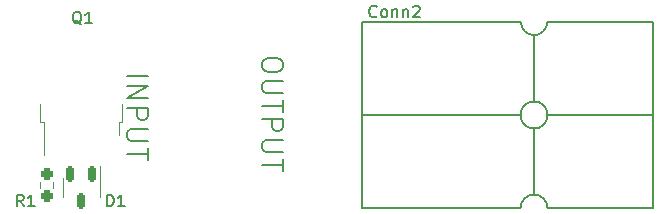
<source format=gto>
G04 #@! TF.GenerationSoftware,KiCad,Pcbnew,(6.0.10)*
G04 #@! TF.CreationDate,2023-03-12T23:34:18-05:00*
G04 #@! TF.ProjectId,ReverseVoltageProtection_Breakout,52657665-7273-4655-966f-6c7461676550,rev?*
G04 #@! TF.SameCoordinates,Original*
G04 #@! TF.FileFunction,Legend,Top*
G04 #@! TF.FilePolarity,Positive*
%FSLAX46Y46*%
G04 Gerber Fmt 4.6, Leading zero omitted, Abs format (unit mm)*
G04 Created by KiCad (PCBNEW (6.0.10)) date 2023-03-12 23:34:18*
%MOMM*%
%LPD*%
G01*
G04 APERTURE LIST*
G04 Aperture macros list*
%AMRoundRect*
0 Rectangle with rounded corners*
0 $1 Rounding radius*
0 $2 $3 $4 $5 $6 $7 $8 $9 X,Y pos of 4 corners*
0 Add a 4 corners polygon primitive as box body*
4,1,4,$2,$3,$4,$5,$6,$7,$8,$9,$2,$3,0*
0 Add four circle primitives for the rounded corners*
1,1,$1+$1,$2,$3*
1,1,$1+$1,$4,$5*
1,1,$1+$1,$6,$7*
1,1,$1+$1,$8,$9*
0 Add four rect primitives between the rounded corners*
20,1,$1+$1,$2,$3,$4,$5,0*
20,1,$1+$1,$4,$5,$6,$7,0*
20,1,$1+$1,$6,$7,$8,$9,0*
20,1,$1+$1,$8,$9,$2,$3,0*%
G04 Aperture macros list end*
%ADD10C,0.203200*%
%ADD11C,0.150000*%
%ADD12C,0.120000*%
%ADD13O,3.000000X5.100000*%
%ADD14RoundRect,0.237500X-0.237500X0.250000X-0.237500X-0.250000X0.237500X-0.250000X0.237500X0.250000X0*%
%ADD15R,1.200000X2.200000*%
%ADD16R,5.800000X6.400000*%
%ADD17RoundRect,0.150000X-0.150000X0.512500X-0.150000X-0.512500X0.150000X-0.512500X0.150000X0.512500X0*%
G04 APERTURE END LIST*
D10*
X98255666Y-110363000D02*
X100033666Y-110363000D01*
X98255666Y-111209666D02*
X100033666Y-111209666D01*
X98255666Y-112225666D01*
X100033666Y-112225666D01*
X98255666Y-113072333D02*
X100033666Y-113072333D01*
X100033666Y-113749666D01*
X99949000Y-113919000D01*
X99864333Y-114003666D01*
X99695000Y-114088333D01*
X99441000Y-114088333D01*
X99271666Y-114003666D01*
X99187000Y-113919000D01*
X99102333Y-113749666D01*
X99102333Y-113072333D01*
X100033666Y-114850333D02*
X98594333Y-114850333D01*
X98425000Y-114935000D01*
X98340333Y-115019666D01*
X98255666Y-115189000D01*
X98255666Y-115527666D01*
X98340333Y-115697000D01*
X98425000Y-115781666D01*
X98594333Y-115866333D01*
X100033666Y-115866333D01*
X100033666Y-116459000D02*
X100033666Y-117475000D01*
X98255666Y-116967000D02*
X100033666Y-116967000D01*
X111463666Y-109262333D02*
X111463666Y-109601000D01*
X111379000Y-109770333D01*
X111209666Y-109939666D01*
X110871000Y-110024333D01*
X110278333Y-110024333D01*
X109939666Y-109939666D01*
X109770333Y-109770333D01*
X109685666Y-109601000D01*
X109685666Y-109262333D01*
X109770333Y-109093000D01*
X109939666Y-108923666D01*
X110278333Y-108839000D01*
X110871000Y-108839000D01*
X111209666Y-108923666D01*
X111379000Y-109093000D01*
X111463666Y-109262333D01*
X111463666Y-110786333D02*
X110024333Y-110786333D01*
X109855000Y-110871000D01*
X109770333Y-110955666D01*
X109685666Y-111125000D01*
X109685666Y-111463666D01*
X109770333Y-111633000D01*
X109855000Y-111717666D01*
X110024333Y-111802333D01*
X111463666Y-111802333D01*
X111463666Y-112395000D02*
X111463666Y-113411000D01*
X109685666Y-112903000D02*
X111463666Y-112903000D01*
X109685666Y-114003666D02*
X111463666Y-114003666D01*
X111463666Y-114681000D01*
X111379000Y-114850333D01*
X111294333Y-114935000D01*
X111125000Y-115019666D01*
X110871000Y-115019666D01*
X110701666Y-114935000D01*
X110617000Y-114850333D01*
X110532333Y-114681000D01*
X110532333Y-114003666D01*
X111463666Y-115781666D02*
X110024333Y-115781666D01*
X109855000Y-115866333D01*
X109770333Y-115951000D01*
X109685666Y-116120333D01*
X109685666Y-116459000D01*
X109770333Y-116628333D01*
X109855000Y-116713000D01*
X110024333Y-116797666D01*
X111463666Y-116797666D01*
X111463666Y-117390333D02*
X111463666Y-118406333D01*
X109685666Y-117898333D02*
X111463666Y-117898333D01*
D11*
X119386590Y-105259142D02*
X119338971Y-105306761D01*
X119196114Y-105354380D01*
X119100876Y-105354380D01*
X118958019Y-105306761D01*
X118862780Y-105211523D01*
X118815161Y-105116285D01*
X118767542Y-104925809D01*
X118767542Y-104782952D01*
X118815161Y-104592476D01*
X118862780Y-104497238D01*
X118958019Y-104402000D01*
X119100876Y-104354380D01*
X119196114Y-104354380D01*
X119338971Y-104402000D01*
X119386590Y-104449619D01*
X119958019Y-105354380D02*
X119862780Y-105306761D01*
X119815161Y-105259142D01*
X119767542Y-105163904D01*
X119767542Y-104878190D01*
X119815161Y-104782952D01*
X119862780Y-104735333D01*
X119958019Y-104687714D01*
X120100876Y-104687714D01*
X120196114Y-104735333D01*
X120243733Y-104782952D01*
X120291352Y-104878190D01*
X120291352Y-105163904D01*
X120243733Y-105259142D01*
X120196114Y-105306761D01*
X120100876Y-105354380D01*
X119958019Y-105354380D01*
X120719923Y-104687714D02*
X120719923Y-105354380D01*
X120719923Y-104782952D02*
X120767542Y-104735333D01*
X120862780Y-104687714D01*
X121005638Y-104687714D01*
X121100876Y-104735333D01*
X121148495Y-104830571D01*
X121148495Y-105354380D01*
X121624685Y-104687714D02*
X121624685Y-105354380D01*
X121624685Y-104782952D02*
X121672304Y-104735333D01*
X121767542Y-104687714D01*
X121910400Y-104687714D01*
X122005638Y-104735333D01*
X122053257Y-104830571D01*
X122053257Y-105354380D01*
X122481828Y-104449619D02*
X122529447Y-104402000D01*
X122624685Y-104354380D01*
X122862780Y-104354380D01*
X122958019Y-104402000D01*
X123005638Y-104449619D01*
X123053257Y-104544857D01*
X123053257Y-104640095D01*
X123005638Y-104782952D01*
X122434209Y-105354380D01*
X123053257Y-105354380D01*
X89495333Y-121356380D02*
X89162000Y-120880190D01*
X88923904Y-121356380D02*
X88923904Y-120356380D01*
X89304857Y-120356380D01*
X89400095Y-120404000D01*
X89447714Y-120451619D01*
X89495333Y-120546857D01*
X89495333Y-120689714D01*
X89447714Y-120784952D01*
X89400095Y-120832571D01*
X89304857Y-120880190D01*
X88923904Y-120880190D01*
X90447714Y-121356380D02*
X89876285Y-121356380D01*
X90162000Y-121356380D02*
X90162000Y-120356380D01*
X90066761Y-120499238D01*
X89971523Y-120594476D01*
X89876285Y-120642095D01*
X94392761Y-105957619D02*
X94297523Y-105910000D01*
X94202285Y-105814761D01*
X94059428Y-105671904D01*
X93964190Y-105624285D01*
X93868952Y-105624285D01*
X93916571Y-105862380D02*
X93821333Y-105814761D01*
X93726095Y-105719523D01*
X93678476Y-105529047D01*
X93678476Y-105195714D01*
X93726095Y-105005238D01*
X93821333Y-104910000D01*
X93916571Y-104862380D01*
X94107047Y-104862380D01*
X94202285Y-104910000D01*
X94297523Y-105005238D01*
X94345142Y-105195714D01*
X94345142Y-105529047D01*
X94297523Y-105719523D01*
X94202285Y-105814761D01*
X94107047Y-105862380D01*
X93916571Y-105862380D01*
X95297523Y-105862380D02*
X94726095Y-105862380D01*
X95011809Y-105862380D02*
X95011809Y-104862380D01*
X94916571Y-105005238D01*
X94821333Y-105100476D01*
X94726095Y-105148095D01*
X96543904Y-121356380D02*
X96543904Y-120356380D01*
X96782000Y-120356380D01*
X96924857Y-120404000D01*
X97020095Y-120499238D01*
X97067714Y-120594476D01*
X97115333Y-120784952D01*
X97115333Y-120927809D01*
X97067714Y-121118285D01*
X97020095Y-121213523D01*
X96924857Y-121308761D01*
X96782000Y-121356380D01*
X96543904Y-121356380D01*
X98067714Y-121356380D02*
X97496285Y-121356380D01*
X97782000Y-121356380D02*
X97782000Y-120356380D01*
X97686761Y-120499238D01*
X97591523Y-120594476D01*
X97496285Y-120642095D01*
X133858000Y-121497000D02*
G75*
G03*
X132715000Y-120354000I-1143000J0D01*
G01*
X131597400Y-105749000D02*
G75*
G03*
X132715000Y-106866600I1117600J0D01*
G01*
X132715000Y-106866600D02*
G75*
G03*
X133832600Y-105749000I0J1117600D01*
G01*
X132715000Y-120354000D02*
G75*
G03*
X131572000Y-121497000I0J-1143000D01*
G01*
X142748000Y-121497000D02*
X135001000Y-121497000D01*
X135001000Y-105749000D02*
X142748000Y-105749000D01*
X130429000Y-121497000D02*
X118135400Y-121497000D01*
X133858000Y-113623000D02*
G75*
G03*
X133858000Y-113623000I-1143000J0D01*
G01*
X130429000Y-105749000D02*
X118135400Y-105749000D01*
X132715000Y-115909000D02*
X132715000Y-119185600D01*
X130429000Y-113623000D02*
X118135400Y-113623000D01*
X132715000Y-111337000D02*
X132715000Y-108035000D01*
X133858000Y-121497000D02*
X135077200Y-121497000D01*
X142748000Y-113648400D02*
X133858000Y-113648400D01*
X130454400Y-121497000D02*
X131546600Y-121497000D01*
X130403600Y-105749000D02*
X131597400Y-105749000D01*
X132715000Y-115909000D02*
X132715000Y-114766000D01*
X118135400Y-121497000D02*
X118135400Y-105749000D01*
X135026400Y-105749000D02*
X133858000Y-105749000D01*
X132715000Y-111337000D02*
X132715000Y-112480000D01*
X132715000Y-108060400D02*
X132715000Y-106892000D01*
X132715000Y-120354000D02*
X132715000Y-119185600D01*
X142773400Y-121497000D02*
X142773400Y-105749000D01*
X130429000Y-113623000D02*
X131572000Y-113623000D01*
D12*
X91962500Y-119275776D02*
X91962500Y-119785224D01*
X90917500Y-119275776D02*
X90917500Y-119785224D01*
X97546500Y-114196000D02*
X97546500Y-115296000D01*
X90916500Y-112696000D02*
X90916500Y-114196000D01*
X97816500Y-114196000D02*
X97546500Y-114196000D01*
X91186500Y-114196000D02*
X91186500Y-117026000D01*
X90916500Y-114196000D02*
X91186500Y-114196000D01*
X97816500Y-112696000D02*
X97816500Y-114196000D01*
X92806500Y-119761000D02*
X92806500Y-120561000D01*
X92806500Y-119761000D02*
X92806500Y-118961000D01*
X95926500Y-119761000D02*
X95926500Y-120561000D01*
X95926500Y-119761000D02*
X95926500Y-117961000D01*
%LPC*%
D13*
X114554000Y-117560000D03*
X114554000Y-109686000D03*
D14*
X91440000Y-118618000D03*
X91440000Y-120443000D03*
D15*
X96646500Y-115926000D03*
D16*
X94366500Y-109626000D03*
D15*
X94366500Y-115926000D03*
X92086500Y-115926000D03*
D17*
X95316500Y-118623500D03*
X93416500Y-118623500D03*
X94366500Y-120898500D03*
D13*
X87503000Y-117560000D03*
X87503000Y-109686000D03*
M02*

</source>
